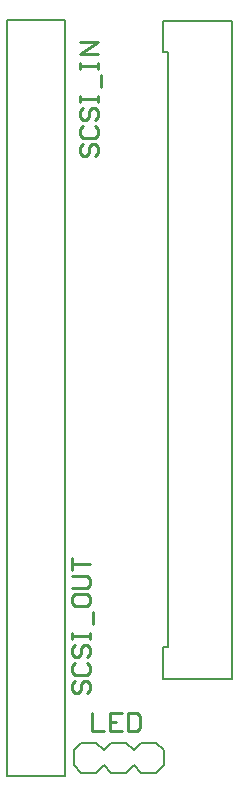
<source format=gto>
G04 Layer_Color=15132400*
%FSAX24Y24*%
%MOIN*%
G70*
G01*
G75*
%ADD11C,0.0100*%
%ADD18C,0.0079*%
%ADD19C,0.0080*%
D11*
X013100Y034300D02*
X013000Y034200D01*
Y034000D01*
X013100Y033900D01*
X013200D01*
X013300Y034000D01*
Y034200D01*
X013400Y034300D01*
X013500D01*
X013600Y034200D01*
Y034000D01*
X013500Y033900D01*
X013100Y034900D02*
X013000Y034800D01*
Y034600D01*
X013100Y034500D01*
X013500D01*
X013600Y034600D01*
Y034800D01*
X013500Y034900D01*
X013100Y035499D02*
X013000Y035400D01*
Y035200D01*
X013100Y035100D01*
X013200D01*
X013300Y035200D01*
Y035400D01*
X013400Y035499D01*
X013500D01*
X013600Y035400D01*
Y035200D01*
X013500Y035100D01*
X013000Y035699D02*
Y035899D01*
Y035799D01*
X013600D01*
Y035699D01*
Y035899D01*
X013700Y036199D02*
Y036599D01*
X013000Y036799D02*
Y036999D01*
Y036899D01*
X013600D01*
Y036799D01*
Y036999D01*
Y037299D02*
X013000D01*
X013600Y037699D01*
X013000D01*
X012850Y016400D02*
X012750Y016300D01*
Y016100D01*
X012850Y016000D01*
X012950D01*
X013050Y016100D01*
Y016300D01*
X013150Y016400D01*
X013250D01*
X013350Y016300D01*
Y016100D01*
X013250Y016000D01*
X012850Y017000D02*
X012750Y016900D01*
Y016700D01*
X012850Y016600D01*
X013250D01*
X013350Y016700D01*
Y016900D01*
X013250Y017000D01*
X012850Y017599D02*
X012750Y017500D01*
Y017300D01*
X012850Y017200D01*
X012950D01*
X013050Y017300D01*
Y017500D01*
X013150Y017599D01*
X013250D01*
X013350Y017500D01*
Y017300D01*
X013250Y017200D01*
X012750Y017799D02*
Y017999D01*
Y017899D01*
X013350D01*
Y017799D01*
Y017999D01*
X013450Y018299D02*
Y018699D01*
X012750Y019199D02*
Y018999D01*
X012850Y018899D01*
X013250D01*
X013350Y018999D01*
Y019199D01*
X013250Y019299D01*
X012850D01*
X012750Y019199D01*
Y019499D02*
X013250D01*
X013350Y019599D01*
Y019799D01*
X013250Y019899D01*
X012750D01*
Y020099D02*
Y020499D01*
Y020299D01*
X013350D01*
X013400Y015350D02*
Y014750D01*
X013800D01*
X014400Y015350D02*
X014000D01*
Y014750D01*
X014400D01*
X014000Y015050D02*
X014200D01*
X014600Y015350D02*
Y014750D01*
X014900D01*
X014999Y014850D01*
Y015250D01*
X014900Y015350D01*
X014600D01*
D18*
X015790Y016493D02*
Y017540D01*
X015939D02*
Y037363D01*
X015790D02*
X015939D01*
X015790D02*
Y038410D01*
Y016493D02*
X018069D01*
X015790Y038410D02*
X018069D01*
X015790Y017540D02*
X015939D01*
X018069Y016493D02*
Y038410D01*
X012800Y013600D02*
Y014100D01*
X010576Y013250D02*
X012524D01*
X010576D02*
Y038450D01*
X012524D01*
Y013250D02*
Y038450D01*
D19*
X013550Y013350D02*
X013800Y013600D01*
X013050Y013350D02*
X013550D01*
X012800Y013600D02*
X013050Y013350D01*
X012800Y014100D02*
X013050Y014350D01*
X013550D01*
X013800Y014100D01*
X015050Y013350D02*
X015550D01*
X014800Y013600D02*
X015050Y013350D01*
X014800Y014100D02*
X015050Y014350D01*
X014550Y013350D02*
X014800Y013600D01*
X014050Y013350D02*
X014550D01*
X013800Y013600D02*
X014050Y013350D01*
X013800Y014100D02*
X014050Y014350D01*
X014550D01*
X014800Y014100D01*
X015800Y013600D02*
Y014100D01*
X015550Y013350D02*
X015800Y013600D01*
X015550Y014350D02*
X015800Y014100D01*
X015050Y014350D02*
X015550D01*
M02*

</source>
